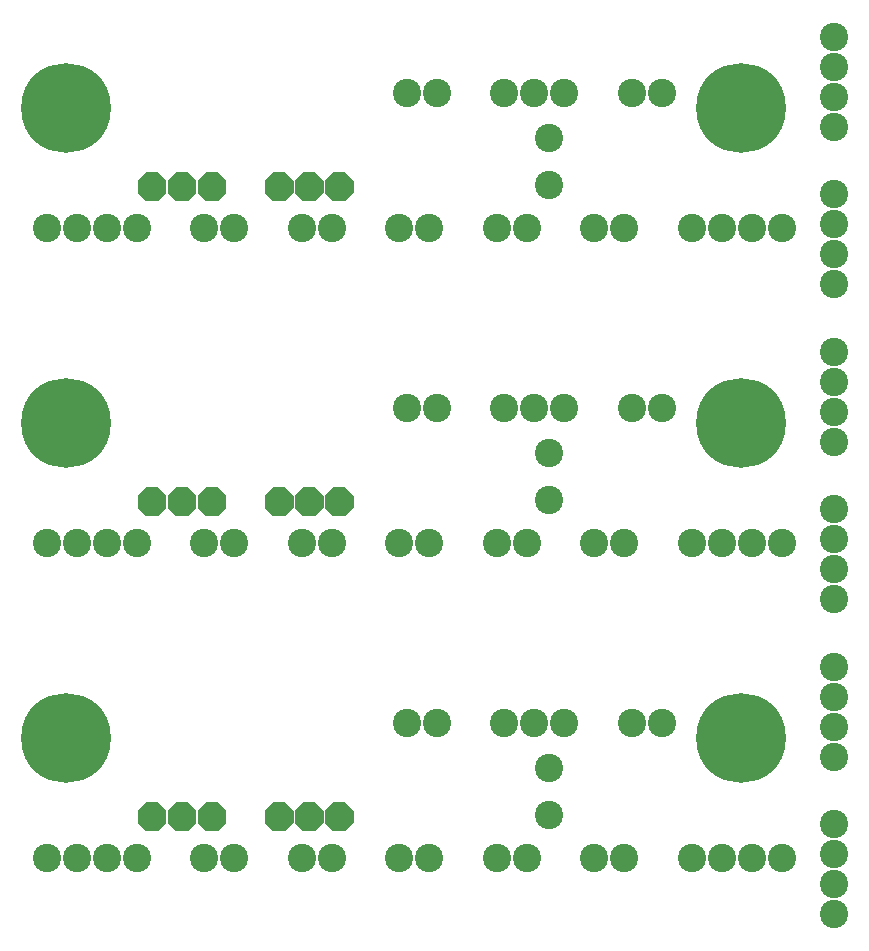
<source format=gbr>
%FSLAX34Y34*%
%MOMM*%
%LNSOLDERMASK_BOTTOM*%
G71*
G01*
%ADD10C, 2.40*%
%ADD11C, 7.60*%
%LPD*%
X703262Y-39688D02*
G54D10*
D03*
X703262Y-65088D02*
G54D10*
D03*
X703262Y-90488D02*
G54D10*
D03*
X703262Y-115888D02*
G54D10*
D03*
X703262Y-173038D02*
G54D10*
D03*
X703262Y-198438D02*
G54D10*
D03*
X703262Y-223838D02*
G54D10*
D03*
X703262Y-249238D02*
G54D10*
D03*
X525462Y-201612D02*
G54D10*
D03*
X500062Y-201612D02*
G54D10*
D03*
X531812Y-87312D02*
G54D10*
D03*
X557212Y-87312D02*
G54D10*
D03*
X658812Y-201612D02*
G54D10*
D03*
X633412Y-201612D02*
G54D10*
D03*
X608012Y-201612D02*
G54D10*
D03*
X582612Y-201612D02*
G54D10*
D03*
X341313Y-87312D02*
G54D10*
D03*
X366712Y-87312D02*
G54D10*
D03*
X623888Y-100012D02*
G54D11*
D03*
X52388Y-100012D02*
G54D11*
D03*
X500062Y-201612D02*
G54D10*
D03*
X112712Y-201612D02*
G54D10*
D03*
X87312Y-201612D02*
G54D10*
D03*
X61912Y-201612D02*
G54D10*
D03*
X36512Y-201612D02*
G54D10*
D03*
G36*
X221362Y-161708D02*
X228382Y-154688D01*
X238342Y-154688D01*
X245362Y-161708D01*
X245362Y-171668D01*
X238342Y-178688D01*
X228382Y-178688D01*
X221362Y-171668D01*
X221362Y-161708D01*
G37*
G36*
X246762Y-161708D02*
X253782Y-154688D01*
X263742Y-154688D01*
X270762Y-161708D01*
X270762Y-171668D01*
X263742Y-178688D01*
X253782Y-178688D01*
X246762Y-171668D01*
X246762Y-161708D01*
G37*
G36*
X272162Y-161708D02*
X279182Y-154688D01*
X289142Y-154688D01*
X296162Y-161708D01*
X296162Y-171668D01*
X289142Y-178688D01*
X279182Y-178688D01*
X272162Y-171668D01*
X272162Y-161708D01*
G37*
G36*
X246762Y-161708D02*
X253782Y-154688D01*
X263742Y-154688D01*
X270762Y-161708D01*
X270762Y-171668D01*
X263742Y-178688D01*
X253782Y-178688D01*
X246762Y-171668D01*
X246762Y-161708D01*
G37*
X442912Y-201612D02*
G54D10*
D03*
X417512Y-201612D02*
G54D10*
D03*
G36*
X113412Y-161708D02*
X120432Y-154688D01*
X130392Y-154688D01*
X137412Y-161708D01*
X137412Y-171668D01*
X130392Y-178688D01*
X120432Y-178688D01*
X113412Y-171668D01*
X113412Y-161708D01*
G37*
G36*
X138812Y-161708D02*
X145832Y-154688D01*
X155792Y-154688D01*
X162812Y-161708D01*
X162812Y-171668D01*
X155792Y-178688D01*
X145832Y-178688D01*
X138812Y-171668D01*
X138812Y-161708D01*
G37*
G36*
X164212Y-161708D02*
X171232Y-154688D01*
X181192Y-154688D01*
X188212Y-161708D01*
X188212Y-171668D01*
X181192Y-178688D01*
X171232Y-178688D01*
X164212Y-171668D01*
X164212Y-161708D01*
G37*
G36*
X138812Y-161708D02*
X145832Y-154688D01*
X155792Y-154688D01*
X162812Y-161708D01*
X162812Y-171668D01*
X155792Y-178688D01*
X145832Y-178688D01*
X138812Y-171668D01*
X138812Y-161708D01*
G37*
X423862Y-87312D02*
G54D10*
D03*
X449262Y-87312D02*
G54D10*
D03*
X474662Y-87312D02*
G54D10*
D03*
X417512Y-201612D02*
G54D10*
D03*
X366712Y-87312D02*
G54D10*
D03*
X531812Y-87312D02*
G54D10*
D03*
X449262Y-87312D02*
G54D10*
D03*
X360362Y-201612D02*
G54D10*
D03*
X334962Y-201612D02*
G54D10*
D03*
X36512Y-201612D02*
G54D10*
D03*
X461962Y-125412D02*
G54D10*
D03*
X461962Y-165412D02*
G54D10*
D03*
X195262Y-201612D02*
G54D10*
D03*
X169862Y-201612D02*
G54D10*
D03*
X277812Y-201612D02*
G54D10*
D03*
X252412Y-201612D02*
G54D10*
D03*
X277812Y-201612D02*
G54D10*
D03*
X703262Y-306388D02*
G54D10*
D03*
X703262Y-331788D02*
G54D10*
D03*
X703262Y-357188D02*
G54D10*
D03*
X703262Y-382588D02*
G54D10*
D03*
X703262Y-439738D02*
G54D10*
D03*
X703262Y-465138D02*
G54D10*
D03*
X703262Y-490538D02*
G54D10*
D03*
X703262Y-515938D02*
G54D10*
D03*
X525462Y-468312D02*
G54D10*
D03*
X500062Y-468312D02*
G54D10*
D03*
X531812Y-354012D02*
G54D10*
D03*
X557212Y-354012D02*
G54D10*
D03*
X658812Y-468312D02*
G54D10*
D03*
X633412Y-468312D02*
G54D10*
D03*
X608012Y-468312D02*
G54D10*
D03*
X582612Y-468312D02*
G54D10*
D03*
X341313Y-354012D02*
G54D10*
D03*
X366712Y-354012D02*
G54D10*
D03*
X623888Y-366712D02*
G54D11*
D03*
X52388Y-366712D02*
G54D11*
D03*
X500062Y-468312D02*
G54D10*
D03*
X112712Y-468312D02*
G54D10*
D03*
X87312Y-468312D02*
G54D10*
D03*
X61912Y-468312D02*
G54D10*
D03*
X36512Y-468312D02*
G54D10*
D03*
G36*
X221362Y-428408D02*
X228382Y-421388D01*
X238342Y-421388D01*
X245362Y-428408D01*
X245362Y-438368D01*
X238342Y-445388D01*
X228382Y-445388D01*
X221362Y-438368D01*
X221362Y-428408D01*
G37*
G36*
X246762Y-428408D02*
X253782Y-421388D01*
X263742Y-421388D01*
X270762Y-428408D01*
X270762Y-438368D01*
X263742Y-445388D01*
X253782Y-445388D01*
X246762Y-438368D01*
X246762Y-428408D01*
G37*
G36*
X272162Y-428408D02*
X279182Y-421388D01*
X289142Y-421388D01*
X296162Y-428408D01*
X296162Y-438368D01*
X289142Y-445388D01*
X279182Y-445388D01*
X272162Y-438368D01*
X272162Y-428408D01*
G37*
G36*
X246762Y-428408D02*
X253782Y-421388D01*
X263742Y-421388D01*
X270762Y-428408D01*
X270762Y-438368D01*
X263742Y-445388D01*
X253782Y-445388D01*
X246762Y-438368D01*
X246762Y-428408D01*
G37*
X442912Y-468312D02*
G54D10*
D03*
X417512Y-468312D02*
G54D10*
D03*
G36*
X113412Y-428408D02*
X120432Y-421388D01*
X130392Y-421388D01*
X137412Y-428408D01*
X137412Y-438368D01*
X130392Y-445388D01*
X120432Y-445388D01*
X113412Y-438368D01*
X113412Y-428408D01*
G37*
G36*
X138812Y-428408D02*
X145832Y-421388D01*
X155792Y-421388D01*
X162812Y-428408D01*
X162812Y-438368D01*
X155792Y-445388D01*
X145832Y-445388D01*
X138812Y-438368D01*
X138812Y-428408D01*
G37*
G36*
X164212Y-428408D02*
X171232Y-421388D01*
X181192Y-421388D01*
X188212Y-428408D01*
X188212Y-438368D01*
X181192Y-445388D01*
X171232Y-445388D01*
X164212Y-438368D01*
X164212Y-428408D01*
G37*
G36*
X138812Y-428408D02*
X145832Y-421388D01*
X155792Y-421388D01*
X162812Y-428408D01*
X162812Y-438368D01*
X155792Y-445388D01*
X145832Y-445388D01*
X138812Y-438368D01*
X138812Y-428408D01*
G37*
X423862Y-354012D02*
G54D10*
D03*
X449262Y-354012D02*
G54D10*
D03*
X474662Y-354012D02*
G54D10*
D03*
X417512Y-468312D02*
G54D10*
D03*
X366712Y-354012D02*
G54D10*
D03*
X531812Y-354012D02*
G54D10*
D03*
X449262Y-354012D02*
G54D10*
D03*
X360362Y-468312D02*
G54D10*
D03*
X334962Y-468312D02*
G54D10*
D03*
X36512Y-468312D02*
G54D10*
D03*
X461962Y-392112D02*
G54D10*
D03*
X461962Y-432112D02*
G54D10*
D03*
X195262Y-468312D02*
G54D10*
D03*
X169862Y-468312D02*
G54D10*
D03*
X277812Y-468312D02*
G54D10*
D03*
X252412Y-468312D02*
G54D10*
D03*
X277812Y-468312D02*
G54D10*
D03*
X703262Y-573088D02*
G54D10*
D03*
X703262Y-598488D02*
G54D10*
D03*
X703262Y-623888D02*
G54D10*
D03*
X703262Y-649288D02*
G54D10*
D03*
X703262Y-706438D02*
G54D10*
D03*
X703262Y-731838D02*
G54D10*
D03*
X703262Y-757238D02*
G54D10*
D03*
X703262Y-782638D02*
G54D10*
D03*
X525462Y-735012D02*
G54D10*
D03*
X500062Y-735012D02*
G54D10*
D03*
X531812Y-620712D02*
G54D10*
D03*
X557212Y-620712D02*
G54D10*
D03*
X658812Y-735012D02*
G54D10*
D03*
X633412Y-735012D02*
G54D10*
D03*
X608012Y-735012D02*
G54D10*
D03*
X582612Y-735012D02*
G54D10*
D03*
X341313Y-620712D02*
G54D10*
D03*
X366712Y-620712D02*
G54D10*
D03*
X623888Y-633412D02*
G54D11*
D03*
X52388Y-633412D02*
G54D11*
D03*
X500062Y-735012D02*
G54D10*
D03*
X112712Y-735012D02*
G54D10*
D03*
X87312Y-735012D02*
G54D10*
D03*
X61912Y-735012D02*
G54D10*
D03*
X36512Y-735012D02*
G54D10*
D03*
G36*
X221362Y-695108D02*
X228382Y-688088D01*
X238342Y-688088D01*
X245362Y-695108D01*
X245362Y-705068D01*
X238342Y-712088D01*
X228382Y-712088D01*
X221362Y-705068D01*
X221362Y-695108D01*
G37*
G36*
X246762Y-695108D02*
X253782Y-688088D01*
X263742Y-688088D01*
X270762Y-695108D01*
X270762Y-705068D01*
X263742Y-712088D01*
X253782Y-712088D01*
X246762Y-705068D01*
X246762Y-695108D01*
G37*
G36*
X272162Y-695108D02*
X279182Y-688088D01*
X289142Y-688088D01*
X296162Y-695108D01*
X296162Y-705068D01*
X289142Y-712088D01*
X279182Y-712088D01*
X272162Y-705068D01*
X272162Y-695108D01*
G37*
G36*
X246762Y-695108D02*
X253782Y-688088D01*
X263742Y-688088D01*
X270762Y-695108D01*
X270762Y-705068D01*
X263742Y-712088D01*
X253782Y-712088D01*
X246762Y-705068D01*
X246762Y-695108D01*
G37*
X442912Y-735012D02*
G54D10*
D03*
X417512Y-735012D02*
G54D10*
D03*
G36*
X113412Y-695108D02*
X120432Y-688088D01*
X130392Y-688088D01*
X137412Y-695108D01*
X137412Y-705068D01*
X130392Y-712088D01*
X120432Y-712088D01*
X113412Y-705068D01*
X113412Y-695108D01*
G37*
G36*
X138812Y-695108D02*
X145832Y-688088D01*
X155792Y-688088D01*
X162812Y-695108D01*
X162812Y-705068D01*
X155792Y-712088D01*
X145832Y-712088D01*
X138812Y-705068D01*
X138812Y-695108D01*
G37*
G36*
X164212Y-695108D02*
X171232Y-688088D01*
X181192Y-688088D01*
X188212Y-695108D01*
X188212Y-705068D01*
X181192Y-712088D01*
X171232Y-712088D01*
X164212Y-705068D01*
X164212Y-695108D01*
G37*
G36*
X138812Y-695108D02*
X145832Y-688088D01*
X155792Y-688088D01*
X162812Y-695108D01*
X162812Y-705068D01*
X155792Y-712088D01*
X145832Y-712088D01*
X138812Y-705068D01*
X138812Y-695108D01*
G37*
X423862Y-620712D02*
G54D10*
D03*
X449262Y-620712D02*
G54D10*
D03*
X474662Y-620712D02*
G54D10*
D03*
X417512Y-735012D02*
G54D10*
D03*
X366712Y-620712D02*
G54D10*
D03*
X531812Y-620712D02*
G54D10*
D03*
X449262Y-620712D02*
G54D10*
D03*
X360362Y-735012D02*
G54D10*
D03*
X334962Y-735012D02*
G54D10*
D03*
X36512Y-735012D02*
G54D10*
D03*
X461962Y-658812D02*
G54D10*
D03*
X461962Y-698812D02*
G54D10*
D03*
X195262Y-735012D02*
G54D10*
D03*
X169862Y-735012D02*
G54D10*
D03*
X277812Y-735012D02*
G54D10*
D03*
X252412Y-735012D02*
G54D10*
D03*
X277812Y-735012D02*
G54D10*
D03*
M02*

</source>
